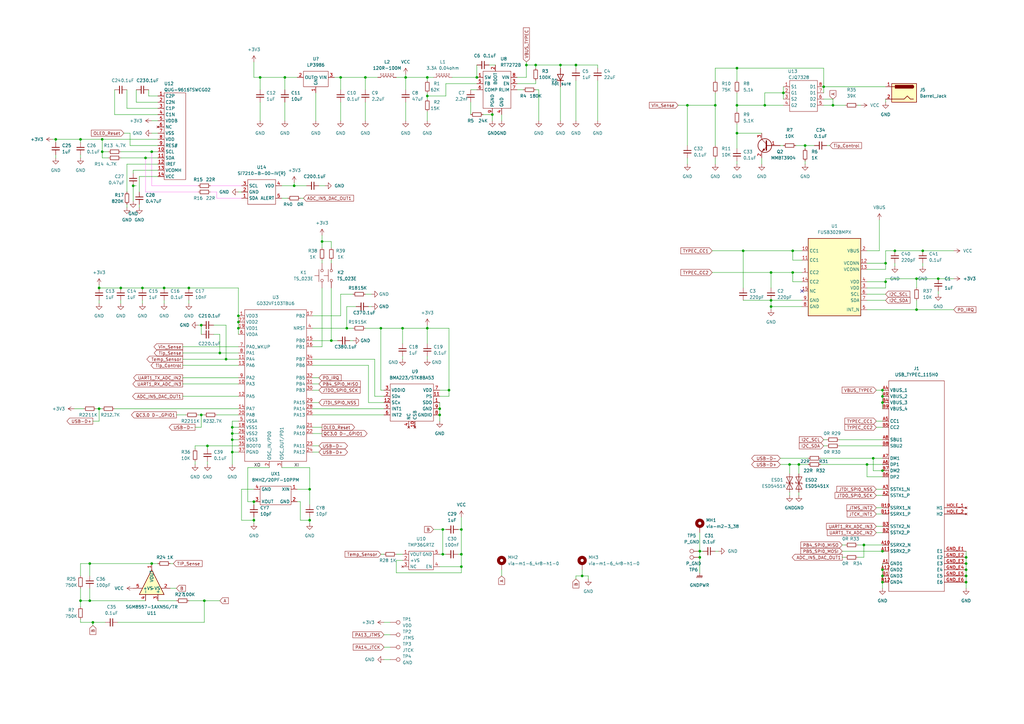
<source format=kicad_sch>
(kicad_sch (version 20211123) (generator eeschema)
  (paper "A3")
  (junction (at 116.84 31.75))
  (junction (at 62.23 231.14))
  (junction (at 95.25 185.42))
  (junction (at 139.7 31.75))
  (junction (at 229.87 26.67))
  (junction (at 165.1 134.62))
  (junction (at 106.68 31.75))
  (junction (at 120.65 76.2))
  (junction (at 142.24 134.62))
  (junction (at 361.95 233.68))
  (junction (at 238.76 236.22))
  (junction (at 77.47 118.11))
  (junction (at 83.82 246.38))
  (junction (at 36.83 246.38))
  (junction (at 325.12 102.87))
  (junction (at 90.17 144.78))
  (junction (at 361.95 193.04))
  (junction (at 92.71 147.32))
  (junction (at 302.26 27.94))
  (junction (at 367.03 102.87))
  (junction (at 59.69 64.77))
  (junction (at 156.21 134.62))
  (junction (at 127 200.66))
  (junction (at 132.08 99.06))
  (junction (at 378.46 102.87))
  (junction (at 97.79 134.62))
  (junction (at 316.23 123.19))
  (junction (at 41.91 62.23))
  (junction (at 85.09 182.88))
  (junction (at 302.26 43.18))
  (junction (at 175.26 39.37))
  (junction (at 325.12 111.76))
  (junction (at 375.92 127))
  (junction (at 287.02 226.06))
  (junction (at 302.26 54.61))
  (junction (at 215.9 26.67))
  (junction (at 316.23 111.76))
  (junction (at 38.1 255.27))
  (junction (at 95.25 175.26))
  (junction (at 36.83 231.14))
  (junction (at 180.34 167.64))
  (junction (at 189.23 217.17))
  (junction (at 175.26 134.62))
  (junction (at 95.25 180.34))
  (junction (at 54.61 76.2))
  (junction (at 361.95 160.02))
  (junction (at 330.2 59.69))
  (junction (at 195.58 31.75))
  (junction (at 181.61 227.33))
  (junction (at 181.61 217.17))
  (junction (at 337.82 35.56))
  (junction (at 104.14 205.74))
  (junction (at 363.22 107.95))
  (junction (at 316.23 125.73))
  (junction (at 327.66 190.5))
  (junction (at 104.14 213.36))
  (junction (at 201.93 46.99))
  (junction (at 135.89 139.7))
  (junction (at 149.86 31.75))
  (junction (at 97.79 132.08))
  (junction (at 287.02 228.6))
  (junction (at 354.33 223.52))
  (junction (at 361.95 226.06))
  (junction (at 361.95 162.56))
  (junction (at 313.69 43.18))
  (junction (at 304.8 102.87))
  (junction (at 396.24 238.76))
  (junction (at 82.55 133.35))
  (junction (at 236.22 26.67))
  (junction (at 384.81 114.3))
  (junction (at 363.22 115.57))
  (junction (at 396.24 228.6))
  (junction (at 293.37 43.18))
  (junction (at 82.55 170.18))
  (junction (at 361.95 238.76))
  (junction (at 361.95 236.22))
  (junction (at 219.71 26.67))
  (junction (at 40.64 167.64))
  (junction (at 396.24 233.68))
  (junction (at 22.86 57.15))
  (junction (at 396.24 231.14))
  (junction (at 323.85 190.5))
  (junction (at 97.79 129.54))
  (junction (at 67.31 118.11))
  (junction (at 375.92 114.3))
  (junction (at 321.31 38.1))
  (junction (at 166.37 31.75))
  (junction (at 62.23 62.23))
  (junction (at 341.63 43.18))
  (junction (at 396.24 236.22))
  (junction (at 49.53 118.11))
  (junction (at 41.91 57.15))
  (junction (at 175.26 31.75))
  (junction (at 180.34 170.18))
  (junction (at 127 213.36))
  (junction (at 281.94 43.18))
  (junction (at 189.23 232.41))
  (junction (at 95.25 177.8))
  (junction (at 33.02 246.38))
  (junction (at 58.42 118.11))
  (junction (at 33.02 57.15))
  (junction (at 189.23 227.33))
  (junction (at 361.95 165.1))
  (junction (at 358.14 187.96))
  (junction (at 40.64 118.11))
  (junction (at 355.6 190.5))
  (junction (at 184.15 160.02))
  (no_connect (at 328.93 119.38))
  (wire (pts (xy 236.22 237.49) (xy 236.22 236.22)))
  (wire (pts (xy 81.28 133.35) (xy 82.55 133.35)))
  (wire (pts (xy 384.81 120.65) (xy 384.81 119.38)))
  (wire (pts (xy 49.53 62.23) (xy 62.23 62.23)))
  (wire (pts (xy 162.56 227.33) (xy 165.1 227.33)))
  (wire (pts (xy 72.39 170.18) (xy 76.2 170.18)))
  (wire (pts (xy 57.15 72.39) (xy 57.15 78.74)))
  (wire (pts (xy 162.56 229.87) (xy 162.56 234.95)))
  (wire (pts (xy 149.86 36.83) (xy 149.86 31.75)))
  (wire (pts (xy 62.23 231.14) (xy 64.77 231.14)))
  (wire (pts (xy 363.22 102.87) (xy 367.03 102.87)))
  (wire (pts (xy 175.26 31.75) (xy 175.26 33.02)))
  (wire (pts (xy 54.61 76.2) (xy 54.61 82.55)))
  (wire (pts (xy 104.14 25.4) (xy 104.14 31.75)))
  (wire (pts (xy 135.89 99.06) (xy 132.08 99.06)))
  (wire (pts (xy 358.14 187.96) (xy 361.95 187.96)))
  (wire (pts (xy 40.64 123.19) (xy 40.64 124.46)))
  (wire (pts (xy 149.86 134.62) (xy 156.21 134.62)))
  (wire (pts (xy 219.71 26.67) (xy 229.87 26.67)))
  (wire (pts (xy 236.22 33.02) (xy 236.22 49.53)))
  (wire (pts (xy 62.23 49.53) (xy 64.77 49.53)))
  (wire (pts (xy 281.94 67.31) (xy 281.94 64.77)))
  (wire (pts (xy 22.86 63.5) (xy 22.86 64.77)))
  (wire (pts (xy 97.79 175.26) (xy 95.25 175.26)))
  (wire (pts (xy 359.41 200.66) (xy 361.95 200.66)))
  (wire (pts (xy 101.6 191.77) (xy 110.49 191.77)))
  (wire (pts (xy 33.02 255.27) (xy 38.1 255.27)))
  (wire (pts (xy 316.23 111.76) (xy 316.23 118.11)))
  (wire (pts (xy 21.59 57.15) (xy 22.86 57.15)))
  (wire (pts (xy 52.07 83.82) (xy 52.07 85.09)))
  (wire (pts (xy 137.16 31.75) (xy 139.7 31.75)))
  (wire (pts (xy 187.96 227.33) (xy 189.23 227.33)))
  (wire (pts (xy 128.27 147.32) (xy 153.67 147.32)))
  (wire (pts (xy 36.83 231.14) (xy 62.23 231.14)))
  (wire (pts (xy 128.27 182.88) (xy 130.81 182.88)))
  (wire (pts (xy 38.1 255.27) (xy 38.1 256.54)))
  (wire (pts (xy 292.1 102.87) (xy 304.8 102.87)))
  (wire (pts (xy 59.69 78.74) (xy 81.28 78.74)) (stroke (width 0) (color 255 114 237 1)))
  (wire (pts (xy 82.55 170.18) (xy 83.82 170.18)))
  (wire (pts (xy 36.83 231.14) (xy 36.83 236.22)))
  (wire (pts (xy 212.09 31.75) (xy 215.9 31.75)))
  (wire (pts (xy 151.13 149.86) (xy 151.13 165.1)))
  (wire (pts (xy 157.48 265.43) (xy 160.02 265.43)))
  (wire (pts (xy 85.09 182.88) (xy 80.01 182.88)))
  (wire (pts (xy 355.6 123.19) (xy 363.22 123.19)))
  (wire (pts (xy 195.58 26.67) (xy 195.58 31.75)))
  (wire (pts (xy 90.17 144.78) (xy 97.79 144.78)))
  (wire (pts (xy 327.66 190.5) (xy 331.47 190.5)))
  (wire (pts (xy 74.93 154.94) (xy 97.79 154.94)))
  (wire (pts (xy 184.15 160.02) (xy 180.34 160.02)))
  (wire (pts (xy 49.53 123.19) (xy 49.53 124.46)))
  (wire (pts (xy 326.39 59.69) (xy 330.2 59.69)))
  (wire (pts (xy 328.93 125.73) (xy 316.23 125.73)))
  (wire (pts (xy 212.09 36.83) (xy 214.63 36.83)))
  (wire (pts (xy 229.87 26.67) (xy 229.87 27.94)))
  (wire (pts (xy 135.89 106.68) (xy 135.89 107.95)))
  (wire (pts (xy 59.69 64.77) (xy 64.77 64.77)))
  (wire (pts (xy 128.27 177.8) (xy 132.08 177.8)))
  (wire (pts (xy 144.78 120.65) (xy 139.7 120.65)))
  (wire (pts (xy 396.24 226.06) (xy 396.24 228.6)))
  (wire (pts (xy 354.33 228.6) (xy 354.33 223.52)))
  (wire (pts (xy 165.1 134.62) (xy 165.1 140.97)))
  (wire (pts (xy 337.82 43.18) (xy 341.63 43.18)))
  (wire (pts (xy 146.05 125.73) (xy 142.24 125.73)))
  (wire (pts (xy 128.27 160.02) (xy 130.81 160.02)))
  (wire (pts (xy 325.12 111.76) (xy 316.23 111.76)))
  (wire (pts (xy 321.31 38.1) (xy 321.31 40.64)))
  (wire (pts (xy 83.82 246.38) (xy 90.17 246.38)))
  (wire (pts (xy 59.69 64.77) (xy 59.69 78.74)) (stroke (width 0) (color 255 114 237 1)))
  (wire (pts (xy 135.89 101.6) (xy 135.89 99.06)))
  (wire (pts (xy 180.34 167.64) (xy 180.34 170.18)))
  (wire (pts (xy 46.99 46.99) (xy 46.99 36.83)))
  (wire (pts (xy 359.41 210.82) (xy 361.95 210.82)))
  (wire (pts (xy 302.26 50.8) (xy 302.26 54.61)))
  (wire (pts (xy 337.82 182.88) (xy 339.09 182.88)))
  (wire (pts (xy 361.95 238.76) (xy 361.95 241.3)))
  (wire (pts (xy 205.74 233.68) (xy 205.74 236.22)))
  (wire (pts (xy 355.6 118.11) (xy 363.22 118.11)))
  (wire (pts (xy 363.22 118.11) (xy 363.22 115.57)))
  (wire (pts (xy 355.6 115.57) (xy 363.22 115.57)))
  (wire (pts (xy 359.41 172.72) (xy 361.95 172.72)))
  (wire (pts (xy 132.08 118.11) (xy 132.08 142.24)))
  (wire (pts (xy 175.26 134.62) (xy 175.26 140.97)))
  (wire (pts (xy 22.86 57.15) (xy 33.02 57.15)))
  (wire (pts (xy 328.93 106.68) (xy 325.12 106.68)))
  (wire (pts (xy 128.27 134.62) (xy 142.24 134.62)))
  (wire (pts (xy 33.02 63.5) (xy 33.02 64.77)))
  (wire (pts (xy 375.92 123.19) (xy 375.92 127)))
  (wire (pts (xy 236.22 26.67) (xy 236.22 27.94)))
  (wire (pts (xy 184.15 134.62) (xy 184.15 160.02)))
  (wire (pts (xy 74.93 147.32) (xy 92.71 147.32)))
  (wire (pts (xy 132.08 106.68) (xy 132.08 107.95)))
  (wire (pts (xy 361.95 195.58) (xy 355.6 195.58)))
  (wire (pts (xy 363.22 107.95) (xy 363.22 102.87)))
  (wire (pts (xy 363.22 114.3) (xy 363.22 115.57)))
  (wire (pts (xy 41.91 62.23) (xy 41.91 64.77)))
  (wire (pts (xy 55.88 41.91) (xy 55.88 36.83)))
  (wire (pts (xy 95.25 185.42) (xy 95.25 190.5)))
  (wire (pts (xy 128.27 167.64) (xy 157.48 167.64)))
  (wire (pts (xy 341.63 40.64) (xy 341.63 43.18)))
  (wire (pts (xy 130.81 76.2) (xy 133.35 76.2)))
  (wire (pts (xy 359.41 208.28) (xy 361.95 208.28)))
  (wire (pts (xy 302.26 43.18) (xy 302.26 45.72)))
  (wire (pts (xy 302.26 54.61) (xy 302.26 60.96)))
  (wire (pts (xy 361.95 162.56) (xy 361.95 165.1)))
  (wire (pts (xy 165.1 229.87) (xy 162.56 229.87)))
  (wire (pts (xy 127 200.66) (xy 127 207.01)))
  (wire (pts (xy 313.69 43.18) (xy 302.26 43.18)))
  (wire (pts (xy 41.91 57.15) (xy 41.91 62.23)))
  (wire (pts (xy 77.47 246.38) (xy 83.82 246.38)))
  (wire (pts (xy 106.68 41.91) (xy 106.68 49.53)))
  (wire (pts (xy 128.27 154.94) (xy 130.81 154.94)))
  (wire (pts (xy 33.02 57.15) (xy 41.91 57.15)))
  (wire (pts (xy 99.06 213.36) (xy 104.14 213.36)))
  (wire (pts (xy 375.92 127) (xy 391.16 127)))
  (wire (pts (xy 320.04 187.96) (xy 331.47 187.96)))
  (wire (pts (xy 292.1 111.76) (xy 316.23 111.76)))
  (wire (pts (xy 166.37 31.75) (xy 166.37 36.83)))
  (wire (pts (xy 106.68 31.75) (xy 104.14 31.75)))
  (wire (pts (xy 97.79 134.62) (xy 97.79 137.16)))
  (wire (pts (xy 85.09 182.88) (xy 85.09 184.15)))
  (wire (pts (xy 396.24 236.22) (xy 396.24 238.76)))
  (wire (pts (xy 153.67 147.32) (xy 153.67 162.56)))
  (wire (pts (xy 219.71 34.29) (xy 219.71 33.02)))
  (wire (pts (xy 129.54 38.1) (xy 129.54 49.53)))
  (wire (pts (xy 345.44 226.06) (xy 361.95 226.06)))
  (wire (pts (xy 396.24 233.68) (xy 396.24 236.22)))
  (wire (pts (xy 39.37 167.64) (xy 40.64 167.64)))
  (wire (pts (xy 97.79 177.8) (xy 95.25 177.8)))
  (wire (pts (xy 304.8 102.87) (xy 325.12 102.87)))
  (wire (pts (xy 363.22 193.04) (xy 361.95 193.04)))
  (wire (pts (xy 128.27 185.42) (xy 130.81 185.42)))
  (wire (pts (xy 351.79 228.6) (xy 354.33 228.6)))
  (wire (pts (xy 132.08 99.06) (xy 132.08 96.52)))
  (wire (pts (xy 74.93 142.24) (xy 97.79 142.24)))
  (wire (pts (xy 22.86 57.15) (xy 22.86 58.42)))
  (wire (pts (xy 97.79 172.72) (xy 95.25 172.72)))
  (wire (pts (xy 327.66 190.5) (xy 327.66 194.31)))
  (wire (pts (xy 64.77 72.39) (xy 57.15 72.39)))
  (wire (pts (xy 175.26 133.35) (xy 175.26 134.62)))
  (wire (pts (xy 321.31 59.69) (xy 320.04 59.69)))
  (wire (pts (xy 181.61 227.33) (xy 182.88 227.33)))
  (wire (pts (xy 33.02 57.15) (xy 33.02 58.42)))
  (wire (pts (xy 143.51 139.7) (xy 144.78 139.7)))
  (wire (pts (xy 58.42 123.19) (xy 58.42 124.46)))
  (wire (pts (xy 355.6 102.87) (xy 360.68 102.87)))
  (wire (pts (xy 361.95 165.1) (xy 361.95 167.64)))
  (wire (pts (xy 88.9 81.28) (xy 99.06 81.28)) (stroke (width 0) (color 255 114 237 1)))
  (wire (pts (xy 153.67 162.56) (xy 157.48 162.56)))
  (wire (pts (xy 293.37 43.18) (xy 293.37 59.69)))
  (wire (pts (xy 77.47 118.11) (xy 97.79 118.11)))
  (wire (pts (xy 139.7 31.75) (xy 139.7 36.83)))
  (wire (pts (xy 293.37 226.06) (xy 294.64 226.06)))
  (wire (pts (xy 149.86 31.75) (xy 154.94 31.75)))
  (wire (pts (xy 182.88 39.37) (xy 175.26 39.37)))
  (wire (pts (xy 88.9 78.74) (xy 88.9 81.28)) (stroke (width 0) (color 255 114 237 1)))
  (wire (pts (xy 104.14 205.74) (xy 104.14 207.01)))
  (wire (pts (xy 116.84 41.91) (xy 116.84 49.53)))
  (wire (pts (xy 67.31 118.11) (xy 77.47 118.11)))
  (wire (pts (xy 74.93 144.78) (xy 90.17 144.78)))
  (wire (pts (xy 182.88 34.29) (xy 182.88 39.37)))
  (wire (pts (xy 156.21 134.62) (xy 165.1 134.62)))
  (wire (pts (xy 180.34 170.18) (xy 180.34 172.72)))
  (wire (pts (xy 238.76 233.68) (xy 238.76 236.22)))
  (wire (pts (xy 363.22 107.95) (xy 363.22 110.49)))
  (wire (pts (xy 99.06 200.66) (xy 99.06 213.36)))
  (wire (pts (xy 123.19 205.74) (xy 123.19 213.36)))
  (wire (pts (xy 375.92 114.3) (xy 384.81 114.3)))
  (wire (pts (xy 128.27 165.1) (xy 130.81 165.1)))
  (wire (pts (xy 330.2 59.69) (xy 330.2 60.96)))
  (wire (pts (xy 337.82 35.56) (xy 337.82 27.94)))
  (wire (pts (xy 69.85 241.3) (xy 72.39 241.3)))
  (wire (pts (xy 302.26 27.94) (xy 337.82 27.94)))
  (wire (pts (xy 325.12 111.76) (xy 328.93 111.76)))
  (wire (pts (xy 157.48 260.35) (xy 160.02 260.35)))
  (wire (pts (xy 313.69 38.1) (xy 313.69 43.18)))
  (wire (pts (xy 46.99 167.64) (xy 97.79 167.64)))
  (wire (pts (xy 201.93 46.99) (xy 201.93 49.53)))
  (wire (pts (xy 212.09 34.29) (xy 219.71 34.29)))
  (wire (pts (xy 337.82 35.56) (xy 337.82 38.1)))
  (wire (pts (xy 175.26 31.75) (xy 177.8 31.75)))
  (wire (pts (xy 287.02 218.44) (xy 287.02 226.06)))
  (wire (pts (xy 82.55 133.35) (xy 82.55 137.16)))
  (wire (pts (xy 359.41 175.26) (xy 361.95 175.26)))
  (wire (pts (xy 74.93 149.86) (xy 97.79 149.86)))
  (wire (pts (xy 149.86 31.75) (xy 139.7 31.75)))
  (wire (pts (xy 127 213.36) (xy 127 212.09)))
  (wire (pts (xy 64.77 69.85) (xy 54.61 69.85)))
  (wire (pts (xy 80.01 182.88) (xy 80.01 184.15)))
  (wire (pts (xy 38.1 172.72) (xy 40.64 172.72)))
  (wire (pts (xy 396.24 228.6) (xy 396.24 231.14)))
  (wire (pts (xy 115.57 81.28) (xy 118.11 81.28)))
  (wire (pts (xy 219.71 27.94) (xy 219.71 26.67)))
  (wire (pts (xy 367.03 109.22) (xy 367.03 107.95)))
  (wire (pts (xy 323.85 190.5) (xy 327.66 190.5)))
  (wire (pts (xy 67.31 123.19) (xy 67.31 124.46)))
  (wire (pts (xy 340.36 59.69) (xy 339.09 59.69)))
  (wire (pts (xy 86.36 78.74) (xy 88.9 78.74)) (stroke (width 0) (color 255 114 237 1)))
  (wire (pts (xy 95.25 177.8) (xy 95.25 180.34)))
  (wire (pts (xy 41.91 64.77) (xy 44.45 64.77)))
  (wire (pts (xy 358.14 193.04) (xy 358.14 187.96)))
  (wire (pts (xy 325.12 106.68) (xy 325.12 102.87)))
  (wire (pts (xy 316.23 123.19) (xy 316.23 125.73)))
  (wire (pts (xy 241.3 236.22) (xy 238.76 236.22)))
  (wire (pts (xy 302.26 38.1) (xy 302.26 43.18)))
  (wire (pts (xy 313.69 43.18) (xy 321.31 43.18)))
  (wire (pts (xy 165.1 146.05) (xy 165.1 147.32)))
  (wire (pts (xy 120.65 76.2) (xy 125.73 76.2)))
  (wire (pts (xy 302.26 54.61) (xy 312.42 54.61)))
  (wire (pts (xy 64.77 246.38) (xy 72.39 246.38)))
  (wire (pts (xy 162.56 234.95) (xy 189.23 234.95)))
  (wire (pts (xy 62.23 54.61) (xy 64.77 54.61)))
  (wire (pts (xy 62.23 62.23) (xy 62.23 76.2)) (stroke (width 0) (color 255 114 237 1)))
  (wire (pts (xy 139.7 129.54) (xy 128.27 129.54)))
  (wire (pts (xy 57.15 83.82) (xy 57.15 85.09)))
  (wire (pts (xy 88.9 170.18) (xy 97.79 170.18)))
  (wire (pts (xy 355.6 127) (xy 375.92 127)))
  (wire (pts (xy 121.92 31.75) (xy 116.84 31.75)))
  (wire (pts (xy 95.25 185.42) (xy 95.25 180.34)))
  (wire (pts (xy 215.9 31.75) (xy 215.9 26.67)))
  (wire (pts (xy 64.77 46.99) (xy 46.99 46.99)))
  (wire (pts (xy 321.31 35.56) (xy 321.31 38.1)))
  (wire (pts (xy 49.53 118.11) (xy 58.42 118.11)))
  (wire (pts (xy 219.71 26.67) (xy 215.9 26.67)))
  (wire (pts (xy 304.8 102.87) (xy 304.8 118.11)))
  (wire (pts (xy 193.04 41.91) (xy 193.04 46.99)))
  (wire (pts (xy 181.61 217.17) (xy 182.88 217.17)))
  (wire (pts (xy 351.79 223.52) (xy 354.33 223.52)))
  (wire (pts (xy 85.09 189.23) (xy 85.09 190.5)))
  (wire (pts (xy 323.85 190.5) (xy 323.85 194.31)))
  (wire (pts (xy 363.22 226.06) (xy 361.95 226.06)))
  (wire (pts (xy 101.6 205.74) (xy 101.6 191.77)))
  (wire (pts (xy 177.8 217.17) (xy 181.61 217.17)))
  (wire (pts (xy 325.12 102.87) (xy 328.93 102.87)))
  (wire (pts (xy 337.82 40.64) (xy 341.63 40.64)))
  (wire (pts (xy 64.77 44.45) (xy 52.07 44.45)))
  (wire (pts (xy 74.93 162.56) (xy 97.79 162.56)))
  (wire (pts (xy 325.12 111.76) (xy 325.12 115.57)))
  (wire (pts (xy 127 191.77) (xy 115.57 191.77)))
  (wire (pts (xy 215.9 26.67) (xy 215.9 25.4)))
  (wire (pts (xy 293.37 67.31) (xy 293.37 64.77)))
  (wire (pts (xy 236.22 26.67) (xy 245.11 26.67)))
  (wire (pts (xy 336.55 187.96) (xy 358.14 187.96)))
  (wire (pts (xy 189.23 227.33) (xy 189.23 232.41)))
  (wire (pts (xy 175.26 134.62) (xy 184.15 134.62)))
  (wire (pts (xy 123.19 213.36) (xy 127 213.36)))
  (wire (pts (xy 184.15 160.02) (xy 184.15 162.56)))
  (wire (pts (xy 236.22 236.22) (xy 238.76 236.22)))
  (wire (pts (xy 354.33 223.52) (xy 361.95 223.52)))
  (wire (pts (xy 53.34 59.69) (xy 53.34 54.61)))
  (wire (pts (xy 180.34 232.41) (xy 189.23 232.41)))
  (wire (pts (xy 166.37 31.75) (xy 175.26 31.75)))
  (wire (pts (xy 142.24 134.62) (xy 144.78 134.62)))
  (wire (pts (xy 336.55 190.5) (xy 355.6 190.5)))
  (wire (pts (xy 132.08 142.24) (xy 128.27 142.24)))
  (wire (pts (xy 55.88 76.2) (xy 54.61 76.2)))
  (wire (pts (xy 359.41 203.2) (xy 361.95 203.2)))
  (wire (pts (xy 359.41 218.44) (xy 361.95 218.44)))
  (wire (pts (xy 38.1 255.27) (xy 43.18 255.27)))
  (wire (pts (xy 33.02 246.38) (xy 36.83 246.38)))
  (wire (pts (xy 33.02 254) (xy 33.02 255.27)))
  (wire (pts (xy 344.17 180.34) (xy 361.95 180.34)))
  (wire (pts (xy 149.86 120.65) (xy 152.4 120.65)))
  (wire (pts (xy 166.37 41.91) (xy 166.37 49.53)))
  (wire (pts (xy 345.44 223.52) (xy 346.71 223.52)))
  (wire (pts (xy 92.71 147.32) (xy 97.79 147.32)))
  (wire (pts (xy 293.37 38.1) (xy 293.37 43.18)))
  (wire (pts (xy 59.69 246.38) (xy 36.83 246.38)))
  (wire (pts (xy 104.14 213.36) (xy 104.14 214.63)))
  (wire (pts (xy 175.26 38.1) (xy 175.26 39.37)))
  (wire (pts (xy 229.87 35.56) (xy 229.87 49.53)))
  (wire (pts (xy 104.14 200.66) (xy 99.06 200.66)))
  (wire (pts (xy 363.22 41.91) (xy 363.22 40.64)))
  (wire (pts (xy 165.1 134.62) (xy 175.26 134.62)))
  (wire (pts (xy 355.6 190.5) (xy 361.95 190.5)))
  (wire (pts (xy 48.26 255.27) (xy 83.82 255.27)))
  (wire (pts (xy 104.14 205.74) (xy 101.6 205.74)))
  (wire (pts (xy 115.57 76.2) (xy 120.65 76.2)))
  (wire (pts (xy 127 213.36) (xy 127 214.63)))
  (wire (pts (xy 97.79 132.08) (xy 97.79 134.62)))
  (wire (pts (xy 184.15 162.56) (xy 180.34 162.56)))
  (wire (pts (xy 135.89 118.11) (xy 135.89 139.7)))
  (wire (pts (xy 132.08 99.06) (xy 132.08 101.6)))
  (wire (pts (xy 189.23 217.17) (xy 189.23 227.33)))
  (wire (pts (xy 312.42 67.31) (xy 312.42 64.77)))
  (wire (pts (xy 181.61 217.17) (xy 181.61 227.33)))
  (wire (pts (xy 189.23 212.09) (xy 189.23 217.17)))
  (wire (pts (xy 327.66 201.93) (xy 327.66 203.2)))
  (wire (pts (xy 180.34 227.33) (xy 181.61 227.33)))
  (wire (pts (xy 241.3 237.49) (xy 241.3 236.22)))
  (wire (pts (xy 156.21 227.33) (xy 157.48 227.33)))
  (wire (pts (xy 64.77 41.91) (xy 55.88 41.91)))
  (wire (pts (xy 33.02 241.3) (xy 33.02 246.38)))
  (wire (pts (xy 293.37 27.94) (xy 293.37 33.02)))
  (wire (pts (xy 121.92 200.66) (xy 127 200.66)))
  (wire (pts (xy 330.2 67.31) (xy 330.2 66.04)))
  (wire (pts (xy 175.26 39.37) (xy 175.26 40.64)))
  (wire (pts (xy 60.96 39.37) (xy 60.96 36.83)))
  (wire (pts (xy 245.11 33.02) (xy 245.11 49.53)))
  (wire (pts (xy 361.95 236.22) (xy 361.95 238.76)))
  (wire (pts (xy 328.93 115.57) (xy 325.12 115.57)))
  (wire (pts (xy 80.01 175.26) (xy 82.55 175.26)))
  (wire (pts (xy 33.02 231.14) (xy 33.02 236.22)))
  (wire (pts (xy 157.48 255.27) (xy 160.02 255.27)))
  (wire (pts (xy 97.79 129.54) (xy 97.79 132.08)))
  (wire (pts (xy 195.58 34.29) (xy 182.88 34.29)))
  (wire (pts (xy 281.94 43.18) (xy 281.94 59.69)))
  (wire (pts (xy 139.7 41.91) (xy 139.7 49.53)))
  (wire (pts (xy 323.85 201.93) (xy 323.85 203.2)))
  (wire (pts (xy 87.63 133.35) (xy 92.71 133.35)))
  (wire (pts (xy 187.96 217.17) (xy 189.23 217.17)))
  (wire (pts (xy 396.24 238.76) (xy 396.24 241.3)))
  (wire (pts (xy 95.25 175.26) (xy 95.25 177.8)))
  (wire (pts (xy 341.63 43.18) (xy 346.71 43.18)))
  (wire (pts (xy 97.79 185.42) (xy 95.25 185.42)))
  (wire (pts (xy 328.93 123.19) (xy 316.23 123.19)))
  (wire (pts (xy 180.34 165.1) (xy 180.34 167.64)))
  (wire (pts (xy 99.06 78.74) (xy 97.79 78.74)))
  (wire (pts (xy 245.11 26.67) (xy 245.11 27.94)))
  (wire (pts (xy 40.64 167.64) (xy 41.91 167.64)))
  (wire (pts (xy 337.82 180.34) (xy 339.09 180.34)))
  (wire (pts (xy 82.55 175.26) (xy 82.55 170.18)))
  (wire (pts (xy 52.07 67.31) (xy 52.07 78.74)))
  (wire (pts (xy 121.92 205.74) (xy 123.19 205.74)))
  (wire (pts (xy 359.41 215.9) (xy 361.95 215.9)))
  (wire (pts (xy 77.47 123.19) (xy 77.47 124.46)))
  (wire (pts (xy 123.19 81.28) (xy 124.46 81.28)))
  (wire (pts (xy 90.17 137.16) (xy 90.17 144.78)))
  (wire (pts (xy 151.13 125.73) (xy 152.4 125.73)))
  (wire (pts (xy 81.28 170.18) (xy 82.55 170.18)))
  (wire (pts (xy 361.95 233.68) (xy 361.95 236.22)))
  (wire (pts (xy 229.87 26.67) (xy 236.22 26.67)))
  (wire (pts (xy 95.25 180.34) (xy 97.79 180.34)))
  (wire (pts (xy 30.48 167.64) (xy 34.29 167.64)))
  (wire (pts (xy 175.26 146.05) (xy 175.26 147.32)))
  (wire (pts (xy 185.42 31.75) (xy 195.58 31.75)))
  (wire (pts (xy 302.26 67.31) (xy 302.26 66.04)))
  (wire (pts (xy 120.65 74.93) (xy 120.65 76.2)))
  (wire (pts (xy 157.48 160.02) (xy 156.21 160.02)))
  (wire (pts (xy 135.89 139.7) (xy 128.27 139.7)))
  (wire (pts (xy 104.14 213.36) (xy 104.14 212.09)))
  (wire (pts (xy 193.04 36.83) (xy 195.58 36.83)))
  (wire (pts (xy 378.46 109.22) (xy 378.46 107.95)))
  (wire (pts (xy 320.04 190.5) (xy 323.85 190.5)))
  (wire (pts (xy 71.12 231.14) (xy 69.85 231.14)))
  (wire (pts (xy 198.12 46.99) (xy 201.93 46.99)))
  (wire (pts (xy 157.48 270.51) (xy 160.02 270.51)))
  (wire (pts (xy 106.68 31.75) (xy 106.68 36.83)))
  (wire (pts (xy 97.79 118.11) (xy 97.79 129.54)))
  (wire (pts (xy 64.77 39.37) (xy 60.96 39.37)))
  (wire (pts (xy 321.31 38.1) (xy 313.69 38.1)))
  (wire (pts (xy 36.83 231.14) (xy 33.02 231.14)))
  (wire (pts (xy 62.23 76.2) (xy 81.28 76.2)) (stroke (width 0) (color 255 114 237 1)))
  (wire (pts (xy 40.64 172.72) (xy 40.64 167.64)))
  (wire (pts (xy 128.27 157.48) (xy 130.81 157.48)))
  (wire (pts (xy 49.53 64.77) (xy 59.69 64.77)))
  (wire (pts (xy 205.74 46.99) (xy 205.74 49.53)))
  (wire (pts (xy 156.21 160.02) (xy 156.21 134.62)))
  (wire (pts (xy 330.2 59.69) (xy 334.01 59.69)))
  (wire (pts (xy 287.02 228.6) (xy 287.02 234.95)))
  (wire (pts (xy 116.84 31.75) (xy 106.68 31.75)))
  (wire (pts (xy 355.6 110.49) (xy 363.22 110.49)))
  (wire (pts (xy 360.68 90.17) (xy 360.68 102.87)))
  (wire (pts (xy 219.71 36.83) (xy 220.98 36.83)))
  (wire (pts (xy 175.26 45.72) (xy 175.26 49.53)))
  (wire (pts (xy 128.27 149.86) (xy 151.13 149.86)))
  (wire (pts (xy 355.6 107.95) (xy 363.22 107.95)))
  (wire (pts (xy 384.81 114.3) (xy 391.16 114.3)))
  (wire (pts (xy 64.77 67.31) (xy 52.07 67.31)))
  (wire (pts (xy 361.95 193.04) (xy 358.14 193.04)))
  (wire (pts (xy 304.8 123.19) (xy 316.23 123.19)))
  (wire (pts (xy 287.02 226.06) (xy 287.02 228.6)))
  (wire (pts (xy 95.25 172.72) (xy 95.25 175.26)))
  (wire (pts (xy 361.95 160.02) (xy 361.95 162.56)))
  (wire (pts (xy 41.91 62.23) (xy 44.45 62.23)))
  (wire (pts (xy 83.82 255.27) (xy 83.82 246.38)))
  (wire (pts (xy 200.66 26.67) (xy 203.2 26.67)))
  (wire (pts (xy 127 200.66) (xy 127 191.77)))
  (wire (pts (xy 87.63 137.16) (xy 90.17 137.16)))
  (wire (pts (xy 337.82 35.56) (xy 363.22 35.56)))
  (wire (pts (xy 355.6 120.65) (xy 363.22 120.65)))
  (wire (pts (xy 189.23 232.41) (xy 189.23 234.95)))
  (wire (pts (xy 64.77 59.69) (xy 53.34 59.69)))
  (wire (pts (xy 287.02 226.06) (xy 288.29 226.06)))
  (wire (pts (xy 40.64 116.84) (xy 40.64 118.11)))
  (wire (pts (xy 33.02 246.38) (xy 33.02 248.92)))
  (wire (pts (xy 151.13 165.1) (xy 157.48 165.1)))
  (wire (pts (xy 345.44 228.6) (xy 346.71 228.6)))
  (wire (pts (xy 355.6 195.58) (xy 355.6 190.5)))
  (wire (pts (xy 86.36 76.2) (xy 99.06 76.2)) (stroke (width 0) (color 255 114 237 1)))
  (wire (pts (xy 128.27 175.26) (xy 132.08 175.26)))
  (wire (pts (xy 92.71 133.35) (xy 92.71 147.32)))
  (wire (pts (xy 344.17 182.88) (xy 361.95 182.88)))
  (wire (pts (xy 162.56 31.75) (xy 166.37 31.75)))
  (wire (pts (xy 278.13 43.18) (xy 281.94 43.18)))
  (wire (pts (xy 40.64 118.11) (xy 49.53 118.11)))
  (wire (pts (xy 302.26 27.94) (xy 293.37 27.94)))
  (wire (pts (xy 135.89 139.7) (xy 138.43 139.7)))
  (wire (pts (xy 220.98 36.83) (xy 220.98 49.53)))
  (wire (pts (xy 166.37 30.48) (xy 166.37 31.75)))
  (wire (pts (xy 41.91 57.15) (xy 64.77 57.15)))
  (wire (pts (xy 36.83 246.38) (xy 36.83 241.3)))
  (wire (pts (xy 378.46 102.87) (xy 391.16 102.87)))
  (wire (pts (xy 363.22 114.3) (xy 375.92 114.3)))
  (wire (pts (xy 52.07 44.45) (xy 52.07 36.83)))
  (wire (pts (xy 54.61 69.85) (xy 54.61 71.12)))
  (wire (pts (xy 149.86 41.91) (xy 149.86 49.53)))
  (wire (pts (xy 302.26 27.94) (xy 302.26 33.02)))
  (wire (pts (xy 359.41 160.02) (xy 361.95 160.02)))
  (wire (pts (xy 375.92 114.3) (xy 375.92 118.11)))
  (wire (pts (xy 128.27 170.18) (xy 157.48 170.18)))
  (wire (pts (xy 396.24 231.14) (xy 396.24 233.68)))
  (wire (pts (xy 367.03 102.87) (xy 378.46 102.87)))
  (wire (pts (xy 361.95 231.14) (xy 361.95 233.68)))
  (wire (pts (xy 116.84 31.75) (xy 116.84 36.83)))
  (wire (pts (xy 353.06 43.18) (xy 351.79 43.18)))
  (wire (pts (xy 74.93 157.48) (xy 97.79 157.48)))
  (wire (pts (xy 142.24 125.73) (xy 142.24 134.62)))
  (wire (pts (xy 58.42 118.11) (xy 67.31 118.11)))
  (wire (pts (xy 281.94 43.18) (xy 293.37 43.18)))
  (wire (pts (xy 316.23 125.73) (xy 316.23 127)))
  (wire (pts (xy 62.23 62.23) (xy 64.77 62.23)))
  (wire (pts (xy 50.8 54.61) (xy 53.34 54.61)))
  (wire (pts (xy 80.01 189.23) (xy 80.01 190.5)))
  (wire (pts (xy 139.7 120.65) (xy 139.7 129.54)))
  (wire (pts (xy 97.79 182.88) (xy 85.09 182.88)))
  (label "XI" (at 120.65 191.77 0))
  (label "XO" (at 104.14 191.77 0))
  (global_label "I2C_SDA" (shape input) (at 337.82 182.88 180) (property "Intersheet References" "${INTERSHEET_REFS}" (effects hide)))
  (global_label "Tip_Control" (shape input) (at 340.36 59.69 0) (property "Intersheet References" "${INTERSHEET_REFS}" (effects hide)))
  (global_label "PB4_SPI0_MISO" (shape input) (at 130.81 157.48 0) (property "Intersheet References" "${INTERSHEET_REFS}" (effects hide)))
  (global_label "B" (shape input) (at 72.39 241.3 0) (property "Intersheet References" "${INTERSHEET_REFS}" (effects hide)))
  (global_label "UART1_RX_ADC_IN3" (shape output) (at 74.93 157.48 180) (property "Intersheet References" "${INTERSHEET_REFS}" (effects hide)))
  (global_label "A" (shape input) (at 90.17 246.38 0) (property "Intersheet References" "${INTERSHEET_REFS}" (effects hide)))
  (global_label "PA14_JTCK" (shape input) (at 157.48 265.43 180) (property "Intersheet References" "${INTERSHEET_REFS}" (effects hide)))
  (global_label "Tip_Sense" (shape output) (at 74.93 144.78 180) (property "Intersheet References" "${INTERSHEET_REFS}" (effects hide)))
  (global_label "PB5_SPI0_MOSI" (shape input) (at 345.44 226.06 180) (property "Intersheet References" "${INTERSHEET_REFS}" (effects hide)))
  (global_label "TYPEC_CC2" (shape input) (at 292.1 111.76 180) (property "Intersheet References" "${INTERSHEET_REFS}" (effects hide)))
  (global_label "USB-D+" (shape bidirectional) (at 130.81 185.42 0) (property "Intersheet References" "${INTERSHEET_REFS}" (effects hide)))
  (global_label "Tip_Control" (shape output) (at 74.93 149.86 180) (property "Intersheet References" "${INTERSHEET_REFS}" (effects hide)))
  (global_label "OLED_Reset" (shape output) (at 132.08 175.26 0) (property "Intersheet References" "${INTERSHEET_REFS}" (effects hide)))
  (global_label "VBUS_TYPEC" (shape input) (at 359.41 160.02 180) (property "Intersheet References" "${INTERSHEET_REFS}" (effects hide)))
  (global_label "UART1_TX_ADC_IN2" (shape input) (at 359.41 218.44 180) (property "Intersheet References" "${INTERSHEET_REFS}" (effects hide)))
  (global_label "PD_IRQ" (shape input) (at 391.16 127 0) (property "Intersheet References" "${INTERSHEET_REFS}" (effects hide)))
  (global_label "Temp_Sensor" (shape input) (at 156.21 227.33 180) (property "Intersheet References" "${INTERSHEET_REFS}" (effects hide)))
  (global_label "JTDO_SPI0_SCK" (shape input) (at 130.81 160.02 0) (property "Intersheet References" "${INTERSHEET_REFS}" (effects hide)))
  (global_label "ADC_IN5_DAC_OUT1" (shape input) (at 124.46 81.28 0) (property "Intersheet References" "${INTERSHEET_REFS}" (effects hide)))
  (global_label "I2C_SCL" (shape input) (at 337.82 180.34 180) (property "Intersheet References" "${INTERSHEET_REFS}" (effects hide)))
  (global_label "Temp_Sensor" (shape output) (at 74.93 147.32 180) (property "Intersheet References" "${INTERSHEET_REFS}" (effects hide)))
  (global_label "Vin_Sense" (shape input) (at 278.13 43.18 180) (property "Intersheet References" "${INTERSHEET_REFS}" (effects hide)))
  (global_label "TYPEC_CC2" (shape input) (at 359.41 175.26 180) (property "Intersheet References" "${INTERSHEET_REFS}" (effects hide)))
  (global_label "B" (shape input) (at 38.1 256.54 270) (property "Intersheet References" "${INTERSHEET_REFS}" (effects hide)))
  (global_label "A" (shape input) (at 205.74 236.22 270) (property "Intersheet References" "${INTERSHEET_REFS}" (effects hide)))
  (global_label "Vin_Sense" (shape output) (at 74.93 142.24 180) (property "Intersheet References" "${INTERSHEET_REFS}" (effects hide)))
  (global_label "USB-D-" (shape bidirectional) (at 320.04 187.96 180) (property "Intersheet References" "${INTERSHEET_REFS}" (effects hide)))
  (global_label "QC3.0 D-_GPIO1" (shape output) (at 72.39 170.18 180) (property "Intersheet References" "${INTERSHEET_REFS}" (effects hide)))
  (global_label "VBUS_TYPEC" (shape input) (at 215.9 25.4 90) (property "Intersheet References" "${INTERSHEET_REFS}" (effects hide)))
  (global_label "JTMS_INT2" (shape input) (at 359.41 208.28 180) (property "Intersheet References" "${INTERSHEET_REFS}" (effects hide)))
  (global_label "USB-D-" (shape output) (at 80.01 175.26 180) (property "Intersheet References" "${INTERSHEET_REFS}" (effects hide)))
  (global_label "USB-D-" (shape bidirectional) (at 130.81 182.88 0) (property "Intersheet References" "${INTERSHEET_REFS}" (effects hide)))
  (global_label "ADC_IN5_DAC_OUT1" (shape output) (at 74.93 162.56 180) (property "Intersheet References" "${INTERSHEET_REFS}" (effects hide)))
  (global_label "TYPEC_CC1" (shape input) (at 359.41 172.72 180) (property "Intersheet References" "${INTERSHEET_REFS}" (effects hide)))
  (global_label "JTDO_SPI0_SCK" (shape input) (at 359.41 203.2 180) (property "Intersheet References" "${INTERSHEET_REFS}" (effects hide)))
  (global_label "B" (shape input) (at 236.22 237.49 270) (property "Intersheet References" "${INTERSHEET_REFS}" (effects hide)))
  (global_label "QC3.0 D-_GPIO1" (shape output) (at 132.08 177.8 0) (property "Intersheet References" "${INTERSHEET_REFS}" (effects hide)))
  (global_label "I2C_SDA" (shape input) (at 363.22 123.19 0) (property "Intersheet References" "${INTERSHEET_REFS}" (effects hide)))
  (global_label "ADC_IN5_DAC_OUT1" (shape output) (at 345.44 228.6 180) (property "Intersheet References" "${INTERSHEET_REFS}" (effects hide)))
  (global_label "A" (shape input) (at 341.63 40.64 90) (property "Intersheet References" "${INTERSHEET_REFS}" (effects hide)))
  (global_label "JTCK_INT1" (shape input) (at 359.41 210.82 180) (property "Intersheet References" "${INTERSHEET_REFS}" (effects hide)))
  (global_label "I2C_SCL" (shape input) (at 363.22 120.65 0) (property "Intersheet References" "${INTERSHEET_REFS}" (effects hide)))
  (global_label "UART1_RX_ADC_IN3" (shape input) (at 359.41 215.9 180) (property "Intersheet References" "${INTERSHEET_REFS}" (effects hide)))
  (global_label "PD_IRQ" (shape input) (at 130.81 154.94 0) (property "Intersheet References" "${INTERSHEET_REFS}" (effects hide)))
  (global_label "TIP_Sense" (shape input) (at 71.12 231.14 0) (property "Intersheet References" "${INTERSHEET_REFS}" (effects hide)))
  (global_label "USB-D+" (shape output) (at 38.1 172.72 180) (property "Intersheet References" "${INTERSHEET_REFS}" (effects hide)))
  (global_label "JTDI_SPI0_NSS" (shape input) (at 359.41 200.66 180) (property "Intersheet References" "${INTERSHEET_REFS}" (effects hide)))
  (global_label "TYPEC_CC1" (shape input) (at 292.1 102.87 180) (property "Intersheet References" "${INTERSHEET_REFS}" (effects hide)))
  (global_label "PB4_SPI0_MISO" (shape input) (at 345.44 223.52 180) (property "Intersheet References" "${INTERSHEET_REFS}" (effects hide)))
  (global_label "B" (shape input) (at 177.8 217.17 180) (property "Intersheet References" "${INTERSHEET_REFS}" (effects hide)))
  (global_label "USB-D+" (shape bidirectional) (at 320.04 190.5 180) (property "Intersheet References" "${INTERSHEET_REFS}" (effects hide)))
  (global_label "JTDI_SPI0_NSS" (shape input) (at 130.81 165.1 0) (property "Intersheet References" "${INTERSHEET_REFS}" (effects hide)))
  (global_label "UART1_TX_ADC_IN2" (shape output) (at 74.93 154.94 180) (property "Intersheet References" "${INTERSHEET_REFS}" (effects hide)))
  (global_label "PA13_JTMS" (shape input) (at 157.48 260.35 180) (property "Intersheet References" "${INTERSHEET_REFS}" (effects hide)))
  (global_label "OLED_Reset" (shape input) (at 50.8 54.61 180) (property "Intersheet References" "${INTERSHEET_REFS}" (effects hide)))
  (symbol (lib_id "Device:R_Small") (at 323.85 59.69 270) (unit 1)
    (property "Reference" "R7" (at 323.85 53.34 90))
    (property "Value" "10K" (at 323.85 55.88 90))
  )
  (symbol (lib_id "power:GND") (at 62.23 54.61 270) (unit 1)
    (property "Reference" "#PWR?" (effects hide))
    (property "Value" "GND" (at 58.42 54.6099 90) (effects (justify right)))
  )
  (symbol (lib_id "Device:R_Small") (at 147.32 120.65 270) (unit 1)
    (property "Reference" "R18" (at 144.78 118.11 90))
    (property "Value" "15K" (at 148.59 118.11 90))
  )
  (symbol (lib_id "power:GND") (at 85.09 190.5 0) (unit 1)
    (property "Reference" "#PWR?" (effects hide))
    (property "Value" "GND" (at 85.09 195.58 0))
  )
  (symbol (lib_id "power:GND") (at 327.66 203.2 0) (unit 1)
    (property "Reference" "#PWR?" (effects hide))
    (property "Value" "GND" (at 327.66 208.28 0))
  )
  (symbol (lib_id "Device:220pF") (at 104.14 209.55 0) (unit 1)
    (property "Reference" "CY7" (at 106.68 208.2862 0) (effects (justify left)))
    (property "Value" "10pF" (at 106.68 210.8262 0) (effects (justify left)))
  )
  (symbol (lib_id "power:GND") (at 312.42 67.31 0) (unit 1)
    (property "Reference" "#PWR?" (effects hide))
    (property "Value" "GND" (at 312.42 72.39 0))
  )
  (symbol (lib_id "Pinkcil:ESD5451X") (at 323.85 198.12 90) (unit 1)
    (property "Reference" "ESD1" (at 316.23 196.85 90) (effects (justify right)))
    (property "Value" "ESD5451X" (at 312.42 199.39 90) (effects (justify right)))
    (property "Footprint" "Diode_SMD:D_SOD-923" (effects hide))
    (property "Datasheet" "https://www.onsemi.com/pub/Collateral/ESD9B-D.PDF" (effects hide))
  )
  (symbol (lib_id "Device:220pF") (at 384.81 116.84 0) (unit 1)
    (property "Reference" "C1" (at 387.35 114.3062 0) (effects (justify left)))
    (property "Value" "1uF" (at 387.35 118.1162 0) (effects (justify left)))
  )
  (symbol (lib_id "power:GND") (at 241.3 237.49 0) (unit 1)
    (property "Reference" "#PWR?" (effects hide))
    (property "Value" "GND" (at 241.3 242.57 0))
  )
  (symbol (lib_id "power:GND") (at 152.4 120.65 90) (unit 1)
    (property "Reference" "#PWR?" (effects hide))
    (property "Value" "GND" (at 157.48 120.65 90))
  )
  (symbol (lib_id "power:+3.3V") (at 391.16 114.3 270) (unit 1)
    (property "Reference" "#PWR?" (effects hide))
    (property "Value" "+3.3V" (at 394.97 114.2999 90) (effects (justify left)))
  )
  (symbol (lib_id "Device:R_Small") (at 330.2 63.5 0) (unit 1)
    (property "Reference" "R6" (at 332.74 62.2299 0) (effects (justify left)))
    (property "Value" "1K" (at 332.74 64.7699 0) (effects (justify left)))
  )
  (symbol (lib_id "Device:220pF") (at 128.27 76.2 270) (unit 1)
    (property "Reference" "C20" (at 124.46 72.39 90) (effects (justify left)))
    (property "Value" "0.1uF" (at 128.27 72.39 90) (effects (justify left)))
  )
  (symbol (lib_id "Device:220pF") (at 185.42 227.33 270) (unit 1)
    (property "Reference" "C30" (at 185.4136 220.98 90))
    (property "Value" "100nF" (at 185.4136 223.52 90))
  )
  (symbol (lib_id "power:GND") (at 104.14 214.63 0) (unit 1)
    (property "Reference" "#PWR?" (effects hide))
    (property "Value" "GND" (at 104.14 219.71 0))
  )
  (symbol (lib_id "Device:220pF") (at 85.09 137.16 270) (unit 1)
    (property "Reference" "C22" (at 81.28 140.97 90) (effects (justify left)))
    (property "Value" "0.1uF" (at 85.09 140.97 90) (effects (justify left)))
  )
  (symbol (lib_id "power:GND") (at 49.53 124.46 0) (unit 1)
    (property "Reference" "#PWR?" (effects hide))
    (property "Value" "GND" (at 49.53 129.54 0))
  )
  (symbol (lib_id "Device:R_Small") (at 219.71 30.48 0) (unit 1)
    (property "Reference" "R3" (at 222.25 29.21 0) (effects (justify left)))
    (property "Value" "100K" (at 220.98 31.75 0) (effects (justify left)))
  )
  (symbol (lib_id "Device:220pF") (at 67.31 120.65 0) (unit 1)
    (property "Reference" "C16" (at 69.85 119.3862 0) (effects (justify left)))
    (property "Value" "0.1uF" (at 69.85 121.9262 0) (effects (justify left)))
  )
  (symbol (lib_id "Pinkcil:TestPoint") (at 287.02 228.6 90) (mirror x) (unit 1)
    (property "Reference" "TP6" (at 284.48 233.68 90))
    (property "Value" "P_GND" (at 284.48 231.14 90))
  )
  (symbol (lib_id "Device:R_Small") (at 132.08 104.14 0) (mirror y) (unit 1)
    (property "Reference" "R38" (at 128.27 102.87 0))
    (property "Value" "1K" (at 128.27 105.41 0))
  )
  (symbol (lib_id "Device:R_Small") (at 83.82 76.2 270) (unit 1)
    (property "Reference" "R15" (at 81.28 73.66 90))
    (property "Value" "22R" (at 86.36 73.66 90))
  )
  (symbol (lib_id "Device:220pF") (at 57.15 81.28 0) (unit 1)
    (property "Reference" "C28" (at 59.69 80.01 0) (effects (justify left)))
    (property "Value" "0.47uF" (at 59.69 82.55 0) (effects (justify left)))
  )
  (symbol (lib_id "power:GND") (at 175.26 147.32 0) (unit 1)
    (property "Reference" "#PWR?" (effects hide))
    (property "Value" "GND" (at 179.07 148.59 0))
  )
  (symbol (lib_id "power:VCC") (at 54.61 241.3 90) (unit 1)
    (property "Reference" "#PWR?" (effects hide))
    (property "Value" "VCC" (at 50.8 241.2999 90) (effects (justify left)))
  )
  (symbol (lib_id "Device:220pF") (at 140.97 139.7 270) (unit 1)
    (property "Reference" "C38" (at 137.16 142.24 90) (effects (justify left)))
    (property "Value" "0.1uF" (at 140.97 142.24 90) (effects (justify left)))
  )
  (symbol (lib_id "Pinkcil:USB_TYPEC_115H0") (at 373.38 149.86 0) (unit 1)
    (property "Reference" "J1" (at 375.92 151.13 0))
    (property "Value" "USB_TYPEC_115H0" (at 375.92 153.67 0))
  )
  (symbol (lib_id "Device:220pF") (at 22.86 60.96 0) (unit 1)
    (property "Reference" "C25" (at 25.4 59.6962 0) (effects (justify left)))
    (property "Value" "1uF" (at 25.4 62.2362 0) (effects (justify left)))
  )
  (symbol (lib_id "Pinkcil:TMP36GRTZ") (at 172.72 222.25 0) (unit 1)
    (property "Reference" "U10" (at 172.72 220.98 0))
    (property "Value" "TMP36GRTZ" (at 172.72 223.52 0))
  )
  (symbol (lib_id "Device:R_Small") (at 67.31 231.14 90) (mirror x) (unit 1)
    (property "Reference" "R24" (at 66.04 228.6 90))
    (property "Value" "1K" (at 69.85 228.6 90))
  )
  (symbol (lib_id "power:+3.3V") (at 120.65 74.93 0) (unit 1)
    (property "Reference" "#PWR?" (effects hide))
    (property "Value" "+3.3V" (at 118.11 69.85 0) (effects (justify left)))
  )
  (symbol (lib_id "Device:R_Small") (at 349.25 223.52 270) (unit 1)
    (property "Reference" "R33" (at 350.52 220.98 90))
    (property "Value" "0R" (at 346.71 220.98 90))
  )
  (symbol (lib_id "power:GND") (at 245.11 49.53 0) (unit 1)
    (property "Reference" "#PWR?" (effects hide))
    (property "Value" "GND" (at 245.11 54.61 0))
  )
  (symbol (lib_id "Pinkcil:BMA223{slash}STK8BA53") (at 168.91 156.21 0) (unit 1)
    (property "Reference" "U9" (at 170.18 152.4 0))
    (property "Value" "BMA223/STK8BA53" (at 168.91 154.94 0))
  )
  (symbol (lib_id "power:GND") (at 67.31 124.46 0) (unit 1)
    (property "Reference" "#PWR?" (effects hide))
    (property "Value" "GND" (at 67.31 129.54 0))
  )
  (symbol (lib_id "power:GND") (at 144.78 139.7 90) (unit 1)
    (property "Reference" "#PWR?" (effects hide))
    (property "Value" "GND" (at 149.86 139.7 90))
  )
  (symbol (lib_id "power:GND") (at 116.84 49.53 0) (unit 1)
    (property "Reference" "#PWR?" (effects hide))
    (property "Value" "GND" (at 116.84 54.61 0))
  )
  (symbol (lib_id "Device:220pF") (at 198.12 26.67 270) (unit 1)
    (property "Reference" "C6" (at 194.31 22.86 90) (effects (justify left)))
    (property "Value" "0.1uF" (at 198.12 22.86 90) (effects (justify left)))
  )
  (symbol (lib_id "Device:R_Small") (at 175.26 43.18 0) (unit 1)
    (property "Reference" "R2" (at 177.8 41.91 0) (effects (justify left)))
    (property "Value" "15K" (at 176.53 44.45 0) (effects (justify left)))
  )
  (symbol (lib_id "Device:220pF") (at 58.42 36.83 270) (unit 1)
    (property "Reference" "C23" (at 55.88 33.02 90) (effects (justify left)))
    (property "Value" "0.1uF" (at 59.69 33.02 90) (effects (justify left)))
  )
  (symbol (lib_id "Pinkcil:ESD5451X") (at 327.66 198.12 90) (unit 1)
    (property "Reference" "ESD2" (at 330.2 196.85 90) (effects (justify right)))
    (property "Value" "ESD5451X" (at 330.2 199.39 90) (effects (justify right)))
    (property "Footprint" "Diode_SMD:D_SOD-923" (effects hide))
    (property "Datasheet" "https://www.onsemi.com/pub/Collateral/ESD9B-D.PDF" (effects hide))
  )
  (symbol (lib_id "power:GND") (at 378.46 109.22 0) (unit 1)
    (property "Reference" "#PWR?" (effects hide))
    (property "Value" "GND" (at 378.46 114.3 0))
  )
  (symbol (lib_id "power:GND") (at 22.86 64.77 0) (unit 1)
    (property "Reference" "#PWR?" (effects hide))
    (property "Value" "GND" (at 22.86 69.85 0))
  )
  (symbol (lib_id "Connector:Barrel_Jack") (at 370.84 38.1 0) (mirror y) (unit 1)
    (property "Reference" "J5" (at 377.19 36.8299 0) (effects (justify right)))
    (property "Value" "Barrel_Jack" (at 377.19 39.3699 0) (effects (justify right)))
  )
  (symbol (lib_id "Device:220pF") (at 175.26 143.51 0) (unit 1)
    (property "Reference" "C19" (at 177.8 142.2462 0) (effects (justify left)))
    (property "Value" "0.1uF" (at 177.8 144.7862 0) (effects (justify left)))
  )
  (symbol (lib_id "power:GND") (at 367.03 109.22 0) (unit 1)
    (property "Reference" "#PWR?" (effects hide))
    (property "Value" "GND" (at 367.03 114.3 0))
  )
  (symbol (lib_id "power:VCC") (at 166.37 30.48 0) (unit 1)
    (property "Reference" "#PWR?" (effects hide))
    (property "Value" "VCC" (at 166.37 25.4 0))
  )
  (symbol (lib_id "power:GND") (at 293.37 67.31 0) (unit 1)
    (property "Reference" "#PWR?" (effects hide))
    (property "Value" "GND" (at 293.37 72.39 0))
  )
  (symbol (lib_id "Pinkcil:Si7210-B-00-IV(R)") (at 106.68 69.85 0) (unit 1)
    (property "Reference" "U14" (at 107.315 68.58 0))
    (property "Value" "Si7210-B-00-IV(R)" (at 107.315 71.12 0))
  )
  (symbol (lib_id "Pinkcil:TS_023E") (at 135.89 113.03 90) (mirror x) (unit 1)
    (property "Reference" "K2" (at 139.7 111.76 90))
    (property "Value" "TS_023E" (at 142.24 114.3 90))
  )
  (symbol (lib_id "Device:R_Small") (at 195.58 46.99 270) (unit 1)
    (property "Reference" "R5" (at 193.04 49.53 90))
    (property "Value" "24K" (at 198.12 49.53 90))
  )
  (symbol (lib_id "power:GND") (at 152.4 125.73 90) (unit 1)
    (property "Reference" "#PWR?" (effects hide))
    (property "Value" "GND" (at 157.48 125.73 90))
  )
  (symbol (lib_id "power:GNDPWR") (at 287.02 234.95 0) (unit 1)
    (property "Reference" "#PWR?" (effects hide))
    (property "Value" "GNDPWR" (at 286.893 240.03 0))
  )
  (symbol (lib_id "Pinkcil:120R-100M") (at 181.61 31.75 270) (mirror x) (unit 1)
    (property "Reference" "L1" (at 181.61 25.4 90))
    (property "Value" "3.3A 0.04ohm" (at 181.61 27.94 90))
  )
  (symbol (lib_id "power:GND") (at 127 214.63 0) (unit 1)
    (property "Reference" "#PWR?" (effects hide))
    (property "Value" "GND" (at 127 219.71 0))
  )
  (symbol (lib_id "power:GND") (at 81.28 133.35 270) (unit 1)
    (property "Reference" "#PWR?" (effects hide))
    (property "Value" "GND" (at 73.66 133.35 90) (effects (justify left)))
  )
  (symbol (lib_id "power:GND") (at 281.94 67.31 0) (unit 1)
    (property "Reference" "#PWR?" (effects hide))
    (property "Value" "GND" (at 281.94 72.39 0))
  )
  (symbol (lib_id "Pinkcil:Tip_Contact") (at 205.74 231.14 0) (unit 1)
    (property "Reference" "MH2" (at 208.28 228.5999 0) (effects (justify left)))
    (property "Value" "via-m1-6_4r8-h1-0" (at 208.28 231.1399 0) (effects (justify left)))
  )
  (symbol (lib_name "FUSB302BMPX_1") (lib_id "Interface_USB:FUSB302BMPX") (at 346.71 109.22 0) (unit 1)
    (property "Reference" "U1" (at 342.265 92.71 0))
    (property "Value" "FUSB302BMPX" (at 342.265 95.25 0))
  )
  (symbol (lib_id "Device:220pF") (at 149.86 39.37 0) (unit 1)
    (property "Reference" "C9" (at 152.4 38.1062 0) (effects (justify left)))
    (property "Value" "2.2uF" (at 152.4 40.6462 0) (effects (justify left)))
  )
  (symbol (lib_id "power:GND") (at 52.07 85.09 0) (unit 1)
    (property "Reference" "#PWR?" (effects hide))
    (property "Value" "GND" (at 52.07 90.17 0))
  )
  (symbol (lib_name "220pF_1") (lib_id "Device:220pF") (at 378.46 105.41 0) (unit 1)
    (property "Reference" "C41" (at 381 104.1462 0) (effects (justify left)))
    (property "Value" "0.1uF" (at 381 106.6862 0) (effects (justify left)))
  )
  (symbol (lib_id "Device:R_Small") (at 83.82 78.74 270) (unit 1)
    (property "Reference" "R16" (at 81.28 81.28 90))
    (property "Value" "22R" (at 86.36 81.28 90))
  )
  (symbol (lib_id "Device:R_Small") (at 33.02 238.76 0) (mirror y) (unit 1)
    (property "Reference" "R25" (at 29.21 237.49 0))
    (property "Value" "750K" (at 29.21 240.03 0))
  )
  (symbol (lib_id "Device:220pF") (at 36.83 238.76 0) (unit 1)
    (property "Reference" "C36" (at 39.37 237.4962 0) (effects (justify left)))
    (property "Value" "100pF" (at 39.37 240.0362 0) (effects (justify left)))
  )
  (symbol (lib_id "Pinkcil:TestPoint") (at 160.02 270.51 270) (unit 1)
    (property "Reference" "TP4" (at 165.1 269.2399 90) (effects (justify left)))
    (property "Value" "GND" (at 165.1 271.7799 90) (effects (justify left)))
  )
  (symbol (lib_id "Device:220pF") (at 166.37 39.37 0) (unit 1)
    (property "Reference" "C8" (at 168.91 38.1062 0) (effects (justify left)))
    (property "Value" "47uF" (at 168.91 40.6462 0) (effects (justify left)))
  )
  (symbol (lib_id "power:GND") (at 330.2 67.31 0) (unit 1)
    (property "Reference" "#PWR?" (effects hide))
    (property "Value" "GND" (at 330.2 72.39 0))
  )
  (symbol (lib_id "power:+3.3V") (at 30.48 167.64 90) (unit 1)
    (property "Reference" "#PWR?" (effects hide))
    (property "Value" "+3.3V" (at 26.67 167.6399 90) (effects (justify left)))
  )
  (symbol (lib_id "Device:R_Small") (at 302.26 48.26 0) (unit 1)
    (property "Reference" "R9" (at 304.8 46.9899 0) (effects (justify left)))
    (property "Value" "5.1K" (at 304.8 49.5299 0) (effects (justify left)))
  )
  (symbol (lib_id "power:GND") (at 166.37 49.53 0) (unit 1)
    (property "Reference" "#PWR?" (effects hide))
    (property "Value" "GND" (at 166.37 54.61 0))
  )
  (symbol (lib_id "Pinkcil:TestPoint") (at 160.02 255.27 270) (unit 1)
    (property "Reference" "TP1" (at 165.1 253.9999 90) (effects (justify left)))
    (property "Value" "VDD" (at 165.1 256.5399 90) (effects (justify left)))
  )
  (symbol (lib_id "Pinkcil:Tip_Contact") (at 238.76 231.14 0) (unit 1)
    (property "Reference" "MH3" (at 241.3 228.5999 0) (effects (justify left)))
    (property "Value" "via-m1-6_4r8-h1-0" (at 241.3 231.1399 0) (effects (justify left)))
  )
  (symbol (lib_id "Pinkcil:120R-100M") (at 158.75 31.75 270) (mirror x) (unit 1)
    (property "Reference" "L2" (at 158.75 25.4 90))
    (property "Value" "120R-100M" (at 158.75 27.94 90))
  )
  (symbol (lib_id "Device:220pF") (at 316.23 120.65 0) (unit 1)
    (property "Reference" "C2" (at 318.77 119.3862 0) (effects (justify left)))
    (property "Value" "220pF" (at 318.77 121.9262 0) (effects (justify left)))
  )
  (symbol (lib_id "power:VCC") (at 391.16 102.87 270) (unit 1)
    (property "Reference" "#PWR?" (effects hide))
    (property "Value" "VCC" (at 394.97 102.8699 90) (effects (justify left)))
  )
  (symbol (lib_id "Device:220pF") (at 106.68 39.37 0) (unit 1)
    (property "Reference" "C12" (at 109.22 38.1062 0) (effects (justify left)))
    (property "Value" "1uF" (at 109.22 40.6462 0) (effects (justify left)))
  )
  (symbol (lib_id "Device:220pF") (at 281.94 62.23 0) (unit 1)
    (property "Reference" "C32" (at 284.48 60.9662 0) (effects (justify left)))
    (property "Value" "0.1uF" (at 284.48 63.5062 0) (effects (justify left)))
  )
  (symbol (lib_id "Device:220pF") (at 45.72 255.27 270) (unit 1)
    (property "Reference" "C35" (at 45.7136 248.92 90))
    (property "Value" "0.1uF" (at 45.7136 251.46 90))
  )
  (symbol (lib_id "Device:R_Small") (at 46.99 64.77 270) (unit 1)
    (property "Reference" "R14" (at 40.64 67.31 90))
    (property "Value" "4.7K" (at 45.72 67.31 90))
  )
  (symbol (lib_id "power:+3.3V") (at 62.23 49.53 90) (unit 1)
    (property "Reference" "#PWR?" (effects hide))
    (property "Value" "+3.3V" (at 58.42 49.5299 90) (effects (justify left)))
  )
  (symbol (lib_id "Pinkcil:8MHZ{slash}20PF-10PPM") (at 113.03 198.12 0) (unit 1)
    (property "Reference" "UX1" (at 113.03 194.31 0))
    (property "Value" "8MHZ/20PF-10PPM" (at 113.03 196.85 0))
  )
  (symbol (lib_id "Pinkcil:QUG-9616TSWCG02") (at 71.12 36.83 0) (unit 1)
    (property "Reference" "U12" (at 67.31 34.29 0) (effects (justify left)))
    (property "Value" "QUG-9616TSWCG02" (at 67.31 36.83 0) (effects (justify left)))
  )
  (symbol (lib_id "Device:220pF") (at 236.22 30.48 0) (unit 1)
    (property "Reference" "C5" (at 238.76 29.2162 0) (effects (justify left)))
    (property "Value" "1uF" (at 238.76 31.7562 0) (effects (justify left)))
  )
  (symbol (lib_id "Device:R_Small") (at 334.01 190.5 270) (unit 1)
    (property "Reference" "R32" (at 336.55 193.04 90))
    (property "Value" "22R" (at 331.47 193.04 90))
  )
  (symbol (lib_id "Pinkcil:TestPoint") (at 287.02 226.06 90) (mirror x) (unit 1)
    (property "Reference" "TP5" (at 283.718 219.71 90))
    (property "Value" "P_GND" (at 283.718 222.25 90))
  )
  (symbol (lib_id "Device:220pF") (at 148.59 125.73 270) (unit 1)
    (property "Reference" "C37" (at 144.78 128.27 90) (effects (justify left)))
    (property "Value" "0.1uF" (at 148.59 128.27 90) (effects (justify left)))
  )
  (symbol (lib_id "power:GND") (at 180.34 172.72 0) (unit 1)
    (property "Reference" "#PWR?" (effects hide))
    (property "Value" "GND" (at 180.34 177.8 0))
  )
  (symbol (lib_id "Device:220pF") (at 54.61 73.66 0) (unit 1)
    (property "Reference" "C27" (at 46.99 72.39 0) (effects (justify left)))
    (property "Value" "0.47uF" (at 44.45 74.93 0) (effects (justify left)))
  )
  (symbol (lib_id "Device:R_Small") (at 33.02 251.46 0) (mirror y) (unit 1)
    (property "Reference" "R?" (at 29.21 250.19 0))
    (property "Value" "750K" (at 29.21 252.73 0))
  )
  (symbol (lib_id "Device:R_Small") (at 375.92 120.65 0) (unit 1)
    (property "Reference" "R37" (at 378.46 119.3799 0) (effects (justify left)))
    (property "Value" "10K" (at 378.46 121.9199 0) (effects (justify left)))
  )
  (symbol (lib_id "power:GND") (at 149.86 49.53 0) (unit 1)
    (property "Reference" "#PWR?" (effects hide))
    (property "Value" "GND" (at 149.86 54.61 0))
  )
  (symbol (lib_id "Device:220pF") (at 185.42 217.17 270) (unit 1)
    (property "Reference" "C29" (at 185.4136 210.82 90))
    (property "Value" "1uF" (at 185.4136 213.36 90))
  )
  (symbol (lib_id "Pinkcil:Tip_Contact") (at 287.02 215.9 0) (unit 1)
    (property "Reference" "MH1" (at 289.56 213.3599 0) (effects (justify left)))
    (property "Value" "via-m2-3_38" (at 289.56 215.8999 0) (effects (justify left)))
  )
  (symbol (lib_id "Pinkcil:CJQ7328") (at 332.74 36.83 0) (unit 1)
    (property "Reference" "U13" (at 325.12 29.21 0))
    (property "Value" "CJQ7328" (at 327.66 31.75 0))
  )
  (symbol (lib_id "Device:R_Small") (at 74.93 246.38 90) (mirror x) (unit 1)
    (property "Reference" "R27" (at 73.66 243.84 90))
    (property "Value" "100K" (at 77.47 243.84 90))
  )
  (symbol (lib_id "power:GND") (at 54.61 82.55 0) (unit 1)
    (property "Reference" "#PWR?" (effects hide))
    (property "Value" "GND" (at 54.61 87.63 0))
  )
  (symbol (lib_id "power:GND") (at 97.79 78.74 270) (unit 1)
    (property "Reference" "#PWR?" (effects hide))
    (property "Value" "GND" (at 93.98 78.7399 90) (effects (justify right)))
  )
  (symbol (lib_id "power:GND") (at 58.42 124.46 0) (unit 1)
    (property "Reference" "#PWR?" (effects hide))
    (property "Value" "GND" (at 58.42 129.54 0))
  )
  (symbol (lib_id "Device:220pF") (at 116.84 39.37 0) (unit 1)
    (property "Reference" "C11" (at 119.38 38.1062 0) (effects (justify left)))
    (property "Value" "10uF" (at 119.38 40.6462 0) (effects (justify left)))
  )
  (symbol (lib_id "power:GND") (at 80.01 190.5 0) (unit 1)
    (property "Reference" "#PWR?" (effects hide))
    (property "Value" "GND" (at 80.01 195.58 0))
  )
  (symbol (lib_id "power:GND") (at 157.48 270.51 270) (unit 1)
    (property "Reference" "#PWR?" (effects hide))
    (property "Value" "GND" (at 153.67 270.5099 90) (effects (justify right)))
  )
  (symbol (lib_id "Device:220pF") (at 33.02 60.96 0) (unit 1)
    (property "Reference" "C26" (at 35.56 59.6962 0) (effects (justify left)))
    (property "Value" "0.1uF" (at 35.56 62.2362 0) (effects (justify left)))
  )
  (symbol (lib_id "power:+3.3V") (at 132.08 96.52 0) (unit 1)
    (property "Reference" "#PWR?" (effects hide))
    (property "Value" "+3.3V" (at 132.08 91.44 0))
  )
  (symbol (lib_id "Device:R_Small") (at 341.63 182.88 270) (unit 1)
    (property "Reference" "R30" (at 342.9 185.42 90))
    (property "Value" "0R" (at 339.09 185.42 90))
  )
  (symbol (lib_id "Device:220pF") (at 49.53 36.83 270) (unit 1)
    (property "Reference" "C24" (at 45.72 33.02 90) (effects (justify left)))
    (property "Value" "0.1uF" (at 49.53 33.02 90) (effects (justify left)))
  )
  (symbol (lib_id "Pinkcil:LP3986") (at 129.54 27.94 0) (unit 1)
    (property "Reference" "U?" (at 129.54 24.13 0))
    (property "Value" "LP3986" (at 129.54 26.67 0))
  )
  (symbol (lib_id "Device:R_Small") (at 302.26 35.56 0) (unit 1)
    (property "Reference" "R8" (at 304.8 34.2899 0) (effects (justify left)))
    (property "Value" "5.1k" (at 304.8 36.8299 0) (effects (justify left)))
  )
  (symbol (lib_id "power:GND") (at 363.22 41.91 0) (unit 1)
    (property "Reference" "#PWR?" (effects hide))
    (property "Value" "GND" (at 363.22 46.99 0))
  )
  (symbol (lib_id "Device:R_Small") (at 78.74 170.18 270) (unit 1)
    (property "Reference" "R22" (at 76.2 172.72 90))
    (property "Value" "11K" (at 80.01 172.72 90))
  )
  (symbol (lib_id "power:GND") (at 33.02 64.77 0) (unit 1)
    (property "Reference" "#PWR?" (effects hide))
    (property "Value" "GND" (at 33.02 69.85 0))
  )
  (symbol (lib_id "power:+3.3V") (at 104.14 25.4 0) (unit 1)
    (property "Reference" "#PWR?" (effects hide))
    (property "Value" "+3.3V" (at 104.14 20.32 0))
  )
  (symbol (lib_id "Device:R_Small") (at 160.02 227.33 270) (unit 1)
    (property "Reference" "R28" (at 157.48 229.87 90))
    (property "Value" "1K" (at 161.29 229.87 90))
  )
  (symbol (lib_id "Device:220pF") (at 367.03 105.41 0) (unit 1)
    (property "Reference" "C40" (at 369.57 104.1462 0) (effects (justify left)))
    (property "Value" "220pF" (at 369.57 106.6862 0) (effects (justify left)))
  )
  (symbol (lib_id "power:GND") (at 77.47 124.46 0) (unit 1)
    (property "Reference" "#PWR?" (effects hide))
    (property "Value" "GND" (at 77.47 129.54 0))
  )
  (symbol (lib_id "power:+3.3V") (at 40.64 116.84 0) (unit 1)
    (property "Reference" "#PWR?" (effects hide))
    (property "Value" "+3.3V" (at 40.64 111.76 0))
  )
  (symbol (lib_id "Device:R_Small") (at 349.25 43.18 270) (unit 1)
    (property "Reference" "R35" (at 349.25 36.83 90))
    (property "Value" "39K" (at 349.25 39.37 90))
  )
  (symbol (lib_id "Device:220pF") (at 49.53 120.65 0) (unit 1)
    (property "Reference" "C14" (at 52.07 119.3862 0) (effects (justify left)))
    (property "Value" "1uF" (at 52.07 121.9262 0) (effects (justify left)))
  )
  (symbol (lib_id "Device:220pF") (at 139.7 39.37 0) (unit 1)
    (property "Reference" "C10" (at 142.24 38.1062 0) (effects (justify left)))
    (property "Value" "0.1uF" (at 142.24 40.6462 0) (effects (justify left)))
  )
  (symbol (lib_id "power:GND") (at 316.23 127 0) (unit 1)
    (property "Reference" "#PWR?" (effects hide))
    (property "Value" "GND" (at 316.23 132.08 0))
  )
  (symbol (lib_id "power:GND") (at 95.25 190.5 0) (unit 1)
    (property "Reference" "#PWR?" (effects hide))
    (property "Value" "GND" (at 95.25 195.58 0))
  )
  (symbol (lib_id "Device:R_Small") (at 46.99 62.23 270) (unit 1)
    (property "Reference" "R13" (at 44.45 59.69 90))
    (property "Value" "4.7K" (at 49.53 59.69 90))
  )
  (symbol (lib_id "power:+3.3V") (at 157.48 255.27 90) (unit 1)
    (property "Reference" "#PWR?" (effects hide))
    (property "Value" "+3.3V" (at 153.67 255.2699 90) (effects (justify left)))
  )
  (symbol (lib_id "Device:220pF") (at 85.09 133.35 270) (unit 1)
    (property "Reference" "C21" (at 81.28 129.54 90) (effects (justify left)))
    (property "Value" "0.1uF" (at 85.09 129.54 90) (effects (justify left)))
  )
  (symbol (lib_id "Device:220pF") (at 165.1 143.51 0) (unit 1)
    (property "Reference" "C18" (at 167.64 142.2462 0) (effects (justify left)))
    (property "Value" "1uF" (at 167.64 144.7862 0) (effects (justify left)))
  )
  (symbol (lib_id "Device:R_Small") (at 293.37 35.56 0) (unit 1)
    (property "Reference" "R10" (at 295.91 34.2899 0) (effects (justify left)))
    (property "Value" "75K" (at 295.91 36.8299 0) (effects (justify left)))
  )
  (symbol (lib_id "power:GND") (at 220.98 49.53 0) (unit 1)
    (property "Reference" "#PWR?" (effects hide))
    (property "Value" "GND" (at 220.98 54.61 0))
  )
  (symbol (lib_id "Device:R_Small") (at 44.45 167.64 270) (unit 1)
    (property "Reference" "R21" (at 43.18 170.18 90))
    (property "Value" "2.7K" (at 46.99 170.18 90))
  )
  (symbol (lib_id "Device:220pF") (at 40.64 120.65 0) (unit 1)
    (property "Reference" "C13" (at 43.18 119.3862 0) (effects (justify left)))
    (property "Value" "1uF" (at 43.18 121.9262 0) (effects (justify left)))
  )
  (symbol (lib_id "Pinkcil:TestPoint") (at 160.02 265.43 270) (unit 1)
    (property "Reference" "TP3" (at 165.1 264.1599 90) (effects (justify left)))
    (property "Value" "JTCK" (at 165.1 266.6999 90) (effects (justify left)))
  )
  (symbol (lib_id "power:GND") (at 302.26 67.31 0) (unit 1)
    (property "Reference" "#PWR?" (effects hide))
    (property "Value" "GND" (at 302.26 72.39 0))
  )
  (symbol (lib_id "Device:R_Small") (at 293.37 62.23 0) (unit 1)
    (property "Reference" "R11" (at 295.91 60.9599 0) (effects (justify left)))
    (property "Value" "10K" (at 295.91 63.4999 0) (effects (justify left)))
  )
  (symbol (lib_id "Device:220pF") (at 193.04 39.37 0) (unit 1)
    (property "Reference" "C7" (at 187.96 38.1 0) (effects (justify left)))
    (property "Value" "2.2nF" (at 186.69 40.64 0) (effects (justify left)))
  )
  (symbol (lib_id "Pinkcil:TS_023E") (at 132.08 113.03 90) (mirror x) (unit 1)
    (property "Reference" "K1" (at 124.46 111.76 90))
    (property "Value" "TS_023E" (at 124.46 114.3 90))
  )
  (symbol (lib_id "Device:R_Small") (at 135.89 104.14 0) (mirror y) (unit 1)
    (property "Reference" "R39" (at 139.7 102.87 0))
    (property "Value" "1K" (at 139.7 105.41 0))
  )
  (symbol (lib_id "power:GND") (at 384.81 120.65 0) (unit 1)
    (property "Reference" "#PWR?" (effects hide))
    (property "Value" "GND" (at 384.81 125.73 0))
  )
  (symbol (lib_id "power:GND") (at 165.1 147.32 0) (unit 1)
    (property "Reference" "#PWR?" (effects hide))
    (property "Value" "GND" (at 161.29 148.59 0))
  )
  (symbol (lib_id "power:GND") (at 57.15 85.09 0) (unit 1)
    (property "Reference" "#PWR?" (effects hide))
    (property "Value" "GND" (at 57.15 90.17 0))
  )
  (symbol (lib_id "Device:220pF") (at 302.26 63.5 0) (unit 1)
    (property "Reference" "C33" (at 304.8 62.2362 0) (effects (justify left)))
    (property "Value" "0.1uF" (at 304.8 64.7762 0) (effects (justify left)))
  )
  (symbol (lib_id "Device:220pF") (at 127 209.55 0) (unit 1)
    (property "Reference" "CY8" (at 129.54 208.2862 0) (effects (justify left)))
    (property "Value" "10pF" (at 129.54 210.8262 0) (effects (justify left)))
  )
  (symbol (lib_id "Device:R_Small") (at 349.25 228.6 270) (unit 1)
    (property "Reference" "R34" (at 351.79 231.14 90))
    (property "Value" "0R" (at 346.71 231.14 90))
  )
  (symbol (lib_id "power:VCC") (at 189.23 212.09 0) (unit 1)
    (property "Reference" "#PWR?" (effects hide))
    (property "Value" "VCC" (at 189.23 207.01 0))
  )
  (symbol (lib_id "Device:220pF") (at 290.83 226.06 270) (unit 1)
    (property "Reference" "C31" (at 290.8236 219.71 90))
    (property "Value" "0.1uF" (at 290.8236 222.25 90))
  )
  (symbol (lib_id "Pinkcil:TestPoint") (at 160.02 260.35 270) (unit 1)
    (property "Reference" "TP2" (at 165.1 259.0799 90) (effects (justify left)))
    (property "Value" "JTMS" (at 165.1 261.6199 90) (effects (justify left)))
  )
  (symbol (lib_id "power:GND") (at 201.93 49.53 0) (unit 1)
    (property "Reference" "#PWR?" (effects hide))
    (property "Value" "GND" (at 201.93 54.61 0))
  )
  (symbol (lib_id "Transistor_BJT:MMBT3904") (at 314.96 59.69 0) (mirror y) (unit 1)
    (property "Reference" "Q2" (at 321.31 62.23 0) (effects (justify left)))
    (property "Value" "MMBT3904" (at 326.39 64.77 0) (effects (justify left)))
    (property "Footprint" "Package_TO_SOT_SMD:SOT-23" (effects hide))
    (property "Datasheet" "https://www.onsemi.com/pub/Collateral/2N3903-D.PDF" (effects hide))
  )
  (symbol (lib_id "power:GND") (at 396.24 241.3 0) (unit 1)
    (property "Reference" "#PWR?" (effects hide))
    (property "Value" "GND" (at 396.24 246.38 0))
  )
  (symbol (lib_id "Pinkcil:D_Zener") (at 229.87 31.75 90) (unit 1)
    (property "Reference" "D1" (at 226.06 33.02 90) (effects (justify right)))
    (property "Value" "not sure" (at 226.06 34.29 90) (effects (justify right)))
  )
  (symbol (lib_id "Device:R_Small") (at 52.07 81.28 0) (unit 1)
    (property "Reference" "R17" (at 46.99 80.01 0) (effects (justify left)))
    (property "Value" "820K" (at 45.72 82.55 0) (effects (justify left)))
  )
  (symbol (lib_id "power:VBUS") (at 360.68 90.17 0) (unit 1)
    (property "Reference" "#PWR?" (effects hide))
    (property "Value" "VBUS" (at 360.68 85.09 0))
  )
  (symbol (lib_id "power:GND") (at 323.85 203.2 0) (unit 1)
    (property "Reference" "#PWR?" (effects hide))
    (property "Value" "GND" (at 323.85 208.28 0))
  )
  (symbol (lib_id "power:GND") (at 229.87 49.53 0) (unit 1)
    (property "Reference" "#PWR?" (effects hide))
    (property "Value" "GND" (at 229.87 54.61 0))
  )
  (symbol (lib_id "Device:220pF") (at 77.47 120.65 0) (unit 1)
    (property "Reference" "C17" (at 80.01 119.3862 0) (effects (justify left)))
    (property "Value" "10nF" (at 80.01 121.9262 0) (effects (justify left)))
  )
  (symbol (lib_id "Device:R_Small") (at 175.26 35.56 0) (unit 1)
    (property "Reference" "R1" (at 177.8 34.29 0) (effects (justify left)))
    (property "Value" "62K" (at 176.53 36.83 0) (effects (justify left)))
  )
  (symbol (lib_id "power:+3.3V") (at 21.59 57.15 90) (unit 1)
    (property "Reference" "#PWR?" (effects hide))
    (property "Value" "+3.3V" (at 17.78 57.1499 90) (effects (justify left)))
  )
  (symbol (lib_id "Device:R_Small") (at 86.36 170.18 270) (unit 1)
    (property "Reference" "R23" (at 85.09 172.72 90))
    (property "Value" "2.7K" (at 88.9 172.72 90))
  )
  (symbol (lib_id "Device:R_Small") (at 36.83 167.64 270) (unit 1)
    (property "Reference" "R22" (at 34.29 170.18 90))
    (property "Value" "11K" (at 38.1 170.18 90))
  )
  (symbol (lib_id "power:GND") (at 129.54 49.53 0) (unit 1)
    (property "Reference" "#PWR?" (effects hide))
    (property "Value" "GND" (at 129.54 54.61 0))
  )
  (symbol (lib_id "Device:220pF") (at 85.09 186.69 0) (unit 1)
    (property "Reference" "C39" (at 87.63 185.4262 0) (effects (justify left)))
    (property "Value" "0.1uF" (at 87.63 187.9662 0) (effects (justify left)))
  )
  (symbol (lib_id "power:GND") (at 294.64 226.06 90) (unit 1)
    (property "Reference" "#PWR?" (effects hide))
    (property "Value" "GND" (at 298.45 226.0599 90) (effects (justify right)))
  )
  (symbol (lib_id "power:GND") (at 40.64 124.46 0) (unit 1)
    (property "Reference" "#PWR?" (effects hide))
    (property "Value" "GND" (at 40.64 129.54 0))
  )
  (symbol (lib_id "power:VCC") (at 353.06 43.18 270) (unit 1)
    (property "Reference" "#PWR?" (effects hide))
    (property "Value" "VCC" (at 356.87 43.1799 90) (effects (justify left)))
  )
  (symbol (lib_id "Pinkcil:SGM8557-1AXN5G{slash}TR") (at 59.69 237.49 0) (unit 1)
    (property "Reference" "U11" (at 62.23 251.46 0))
    (property "Value" "SGM8557-1AXN5G/TR" (at 62.23 248.92 0))
  )
  (symbol (lib_id "power:GND") (at 205.74 49.53 0) (unit 1)
    (property "Reference" "#PWR?" (effects hide))
    (property "Value" "GND" (at 205.74 54.61 0))
  )
  (symbol (lib_id "Device:R_Small") (at 341.63 180.34 270) (unit 1)
    (property "Reference" "R29" (at 342.9 177.8 90))
    (property "Value" "0R" (at 339.09 177.8 90))
  )
  (symbol (lib_id "Pinkcil:GD32VF103TBU6") (at 113.03 123.19 0) (unit 1)
    (property "Reference" "U3" (at 113.03 121.92 0))
    (property "Value" "GD32VF103TBU6" (at 113.03 124.46 0))
  )
  (symbol (lib_id "Device:R_Small") (at 120.65 81.28 270) (unit 1)
    (property "Reference" "R40" (at 118.11 83.82 90))
    (property "Value" "0R" (at 123.19 83.82 90))
  )
  (symbol (lib_id "power:GND") (at 106.68 49.53 0) (unit 1)
    (property "Reference" "#PWR?" (effects hide))
    (property "Value" "GND" (at 106.68 54.61 0))
  )
  (symbol (lib_id "power:GND") (at 236.22 49.53 0) (unit 1)
    (property "Reference" "#PWR?" (effects hide))
    (property "Value" "GND" (at 236.22 54.61 0))
  )
  (symbol (lib_id "Pinkcil:RT7272B") (at 203.2 27.94 0) (unit 1)
    (property "Reference" "U8" (at 205.2194 24.13 0) (effects (justify left)))
    (property "Value" "RT7272B" (at 205.2194 26.67 0) (effects (justify left)))
  )
  (symbol (lib_id "Device:220pF") (at 58.42 120.65 0) (unit 1)
    (property "Reference" "C15" (at 60.96 119.3862 0) (effects (justify left)))
    (property "Value" "1uF" (at 60.96 121.9262 0) (effects (justify left)))
  )
  (symbol (lib_id "power:GND") (at 361.95 241.3 0) (unit 1)
    (property "Reference" "#PWR?" (effects hide))
    (property "Value" "GND" (at 361.95 246.38 0))
  )
  (symbol (lib_id "Device:R_Small") (at 334.01 187.96 270) (unit 1)
    (property "Reference" "R31" (at 337.82 189.23 90))
    (property "Value" "22R" (at 330.2 189.23 90))
  )
  (symbol (lib_id "Device:220pF") (at 304.8 120.65 0) (unit 1)
    (property "Reference" "C3" (at 307.34 119.3862 0) (effects (justify left)))
    (property "Value" "220pF" (at 307.34 121.9262 0) (effects (justify left)))
  )
  (symbol (lib_id "Device:R_Small") (at 147.32 134.62 270) (unit 1)
    (property "Reference" "R19" (at 144.78 132.08 90))
    (property "Value" "15K" (at 148.59 132.08 90))
  )
  (symbol (lib_id "Device:220pF") (at 245.11 30.48 0) (unit 1)
    (property "Reference" "C4" (at 247.65 29.2162 0) (effects (justify left)))
    (property "Value" "22uF" (at 247.65 31.7562 0) (effects (justify left)))
  )
  (symbol (lib_id "power:GND") (at 175.26 49.53 0) (unit 1)
    (property "Reference" "#PWR?" (effects hide))
    (property "Value" "GND" (at 175.26 54.61 0))
  )
  (symbol (lib_id "Device:R_Small") (at 80.01 186.69 0) (mirror y) (unit 1)
    (property "Reference" "R36" (at 76.2 185.42 0))
    (property "Value" "10K" (at 76.2 187.96 0))
  )
  (symbol (lib_id "power:+3.3V") (at 175.26 133.35 0) (unit 1)
    (property "Reference" "#PWR?" (effects hide))
    (property "Value" "+3.3V" (at 175.26 128.27 0))
  )
  (symbol (lib_id "power:GND") (at 133.35 76.2 90) (mirror x) (unit 1)
    (property "Reference" "#PWR?" (effects hide))
    (property "Value" "GND" (at 137.16 76.1999 90) (effects (justify right)))
  )
  (symbol (lib_id "Device:220pF") (at 336.55 59.69 270) (unit 1)
    (property "Reference" "C34" (at 336.5436 53.34 90))
    (property "Value" "0.1uF" (at 336.5436 55.88 90))
  )
  (symbol (lib_id "power:GND") (at 139.7 49.53 0) (unit 1)
    (property "Reference" "#PWR?" (effects hide))
    (property "Value" "GND" (at 139.7 54.61 0))
  )
  (symbol (lib_id "Device:R_Small") (at 217.17 36.83 270) (unit 1)
    (property "Reference" "R4" (at 214.63 39.37 90))
    (property "Value" "180K" (at 219.71 39.37 90))
  )
)
</source>
